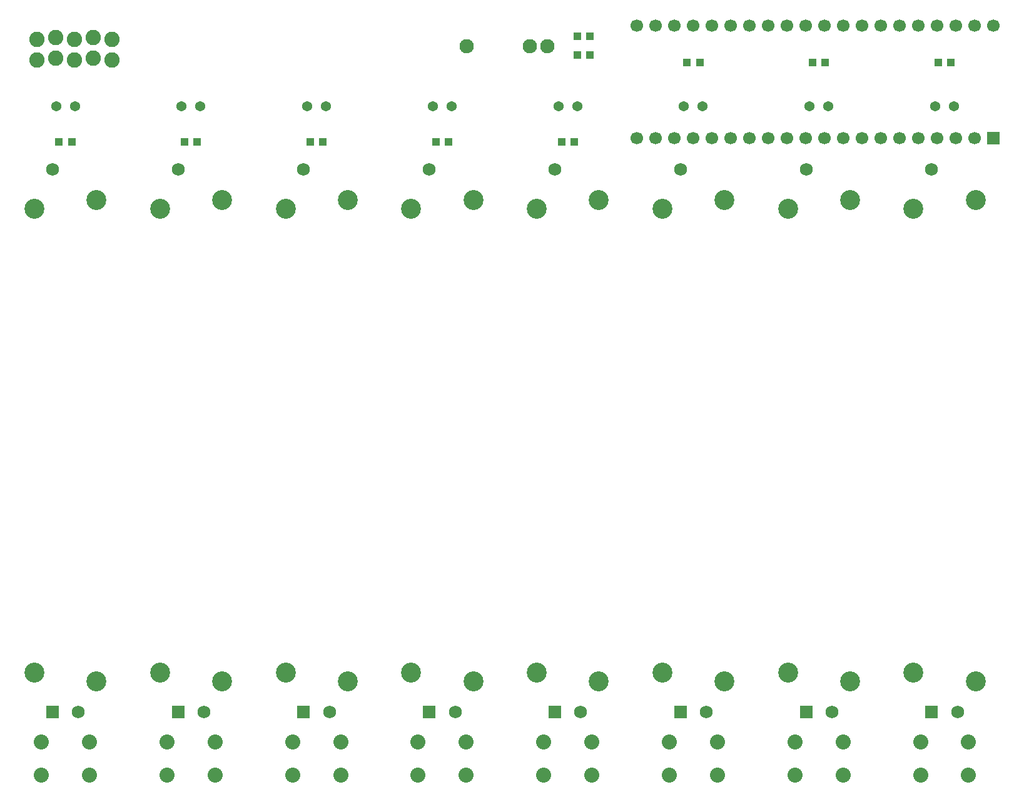
<source format=gts>
%TF.GenerationSoftware,KiCad,Pcbnew,7.0.8*%
%TF.CreationDate,2024-02-25T18:23:33-05:00*%
%TF.ProjectId,lichen-freddie-board,6c696368-656e-42d6-9672-65646469652d,1.0*%
%TF.SameCoordinates,Original*%
%TF.FileFunction,Soldermask,Top*%
%TF.FilePolarity,Negative*%
%FSLAX46Y46*%
G04 Gerber Fmt 4.6, Leading zero omitted, Abs format (unit mm)*
G04 Created by KiCad (PCBNEW 7.0.8) date 2024-02-25 18:23:33*
%MOMM*%
%LPD*%
G01*
G04 APERTURE LIST*
%ADD10R,1.000000X1.000000*%
%ADD11R,1.750000X1.750000*%
%ADD12C,1.750000*%
%ADD13C,2.700000*%
%ADD14C,1.371600*%
%ADD15C,2.032000*%
%ADD16C,1.930400*%
%ADD17R,1.700000X1.700000*%
%ADD18C,1.700000*%
%ADD19C,2.082800*%
G04 APERTURE END LIST*
D10*
%TO.C,R2*%
X180720000Y-117300000D03*
X182420000Y-117300000D03*
%TD*%
D11*
%TO.C,RV5*%
X177700000Y-206258000D03*
D12*
X181200000Y-206258000D03*
X177700000Y-132758000D03*
D13*
X183650000Y-202108000D03*
X175250000Y-200908000D03*
X175250000Y-138108000D03*
X183650000Y-136908000D03*
%TD*%
D11*
%TO.C,RV6*%
X194700000Y-206258000D03*
D12*
X198200000Y-206258000D03*
X194700000Y-132758000D03*
D13*
X200650000Y-202108000D03*
X192250000Y-200908000D03*
X192250000Y-138108000D03*
X200650000Y-136908000D03*
%TD*%
D14*
%TO.C,LED2*%
X127180000Y-124234000D03*
X129720000Y-124234000D03*
%TD*%
D15*
%TO.C,S4*%
X159198800Y-210316400D03*
X165701200Y-210316400D03*
X159198800Y-214837600D03*
X165701200Y-214837600D03*
%TD*%
%TO.C,S7*%
X210198800Y-210316400D03*
X216701200Y-210316400D03*
X210198800Y-214837600D03*
X216701200Y-214837600D03*
%TD*%
D11*
%TO.C,RV2*%
X126700000Y-206258000D03*
D12*
X130200000Y-206258000D03*
X126700000Y-132758000D03*
D13*
X132650000Y-202108000D03*
X124250000Y-200908000D03*
X124250000Y-138108000D03*
X132650000Y-136908000D03*
%TD*%
D11*
%TO.C,RV3*%
X143700000Y-206258000D03*
D12*
X147200000Y-206258000D03*
X143700000Y-132758000D03*
D13*
X149650000Y-202108000D03*
X141250000Y-200908000D03*
X141250000Y-138108000D03*
X149650000Y-136908000D03*
%TD*%
D15*
%TO.C,S1*%
X108198800Y-210316400D03*
X114701200Y-210316400D03*
X108198800Y-214837600D03*
X114701200Y-214837600D03*
%TD*%
%TO.C,S5*%
X176198800Y-210316400D03*
X182701200Y-210316400D03*
X176198800Y-214837600D03*
X182701200Y-214837600D03*
%TD*%
D10*
%TO.C,R8*%
X212600000Y-118267000D03*
X214300000Y-118267000D03*
%TD*%
D11*
%TO.C,RV8*%
X228700000Y-206258000D03*
D12*
X232200000Y-206258000D03*
X228700000Y-132758000D03*
D13*
X234650000Y-202108000D03*
X226250000Y-200908000D03*
X226250000Y-138108000D03*
X234650000Y-136908000D03*
%TD*%
D10*
%TO.C,R10*%
X178600000Y-129069000D03*
X180300000Y-129069000D03*
%TD*%
D14*
%TO.C,LED8*%
X229180000Y-124234000D03*
X231720000Y-124234000D03*
%TD*%
%TO.C,LED6*%
X195180000Y-124234000D03*
X197720000Y-124234000D03*
%TD*%
D15*
%TO.C,S6*%
X193198800Y-210316400D03*
X199701200Y-210316400D03*
X193198800Y-214837600D03*
X199701200Y-214837600D03*
%TD*%
%TO.C,S3*%
X142198800Y-210316400D03*
X148701200Y-210316400D03*
X142198800Y-214837600D03*
X148701200Y-214837600D03*
%TD*%
D11*
%TO.C,RV1*%
X109700000Y-206258000D03*
D12*
X113200000Y-206258000D03*
X109700000Y-132758000D03*
D13*
X115650000Y-202108000D03*
X107250000Y-200908000D03*
X107250000Y-138108000D03*
X115650000Y-136908000D03*
%TD*%
D14*
%TO.C,LED1*%
X110180000Y-124234000D03*
X112720000Y-124234000D03*
%TD*%
%TO.C,LED4*%
X161180000Y-124234000D03*
X163720000Y-124234000D03*
%TD*%
D10*
%TO.C,R9*%
X195600000Y-118267000D03*
X197300000Y-118267000D03*
%TD*%
%TO.C,R7*%
X229600000Y-118267000D03*
X231300000Y-118267000D03*
%TD*%
D14*
%TO.C,LED7*%
X212180000Y-124234000D03*
X214720000Y-124234000D03*
%TD*%
D16*
%TO.C,J1*%
X165743000Y-116108000D03*
X176715800Y-116108000D03*
X174302800Y-116108000D03*
%TD*%
D11*
%TO.C,RV4*%
X160700000Y-206258000D03*
D12*
X164200000Y-206258000D03*
X160700000Y-132758000D03*
D13*
X166650000Y-202108000D03*
X158250000Y-200908000D03*
X158250000Y-138108000D03*
X166650000Y-136908000D03*
%TD*%
D10*
%TO.C,R6*%
X163300000Y-129069000D03*
X161600000Y-129069000D03*
%TD*%
%TO.C,R3*%
X112300000Y-129069000D03*
X110600000Y-129069000D03*
%TD*%
D14*
%TO.C,LED3*%
X144180000Y-124234000D03*
X146720000Y-124234000D03*
%TD*%
D10*
%TO.C,R1*%
X180720000Y-114750000D03*
X182420000Y-114750000D03*
%TD*%
D11*
%TO.C,RV7*%
X211700000Y-206258000D03*
D12*
X215200000Y-206258000D03*
X211700000Y-132758000D03*
D13*
X217650000Y-202108000D03*
X209250000Y-200908000D03*
X209250000Y-138108000D03*
X217650000Y-136908000D03*
%TD*%
D15*
%TO.C,S8*%
X227198800Y-210316400D03*
X233701200Y-210316400D03*
X227198800Y-214837600D03*
X233701200Y-214837600D03*
%TD*%
D10*
%TO.C,R4*%
X129300000Y-129069000D03*
X127600000Y-129069000D03*
%TD*%
D14*
%TO.C,LED5*%
X178180000Y-124234000D03*
X180720000Y-124234000D03*
%TD*%
D10*
%TO.C,R5*%
X146300000Y-129069000D03*
X144600000Y-129069000D03*
%TD*%
D15*
%TO.C,S2*%
X125198800Y-210316400D03*
X131701200Y-210316400D03*
X125198800Y-214837600D03*
X131701200Y-214837600D03*
%TD*%
D17*
%TO.C,A1*%
X237040000Y-128510000D03*
D18*
X234500000Y-128510000D03*
X231960000Y-128510000D03*
X229420000Y-128510000D03*
X226880000Y-128510000D03*
X224340000Y-128510000D03*
X221800000Y-128510000D03*
X219260000Y-128510000D03*
X216720000Y-128510000D03*
X214180000Y-128510000D03*
X211640000Y-128510000D03*
X209100000Y-128510000D03*
X206560000Y-128510000D03*
X204020000Y-128510000D03*
X201480000Y-128510000D03*
X198940000Y-128510000D03*
X196400000Y-128510000D03*
X193860000Y-128510000D03*
X191320000Y-128510000D03*
X188780000Y-128510000D03*
X188780000Y-113270000D03*
X191320000Y-113270000D03*
X193860000Y-113270000D03*
X196400000Y-113270000D03*
X198940000Y-113270000D03*
X201480000Y-113270000D03*
X204020000Y-113270000D03*
X206560000Y-113270000D03*
X209100000Y-113270000D03*
X211640000Y-113270000D03*
X214180000Y-113270000D03*
X216720000Y-113270000D03*
X219260000Y-113270000D03*
X221800000Y-113270000D03*
X224340000Y-113270000D03*
X226880000Y-113270000D03*
X229420000Y-113270000D03*
X231960000Y-113270000D03*
X234500000Y-113270000D03*
X237040000Y-113270000D03*
%TD*%
D19*
%TO.C,J2*%
X117770000Y-117930000D03*
X117770000Y-115136000D03*
X115230000Y-117726800D03*
X115230000Y-114932800D03*
X112690000Y-117930000D03*
X112690000Y-115136000D03*
X110150000Y-117726800D03*
X110150000Y-114932800D03*
X107610000Y-117930000D03*
X107610000Y-115136000D03*
%TD*%
M02*

</source>
